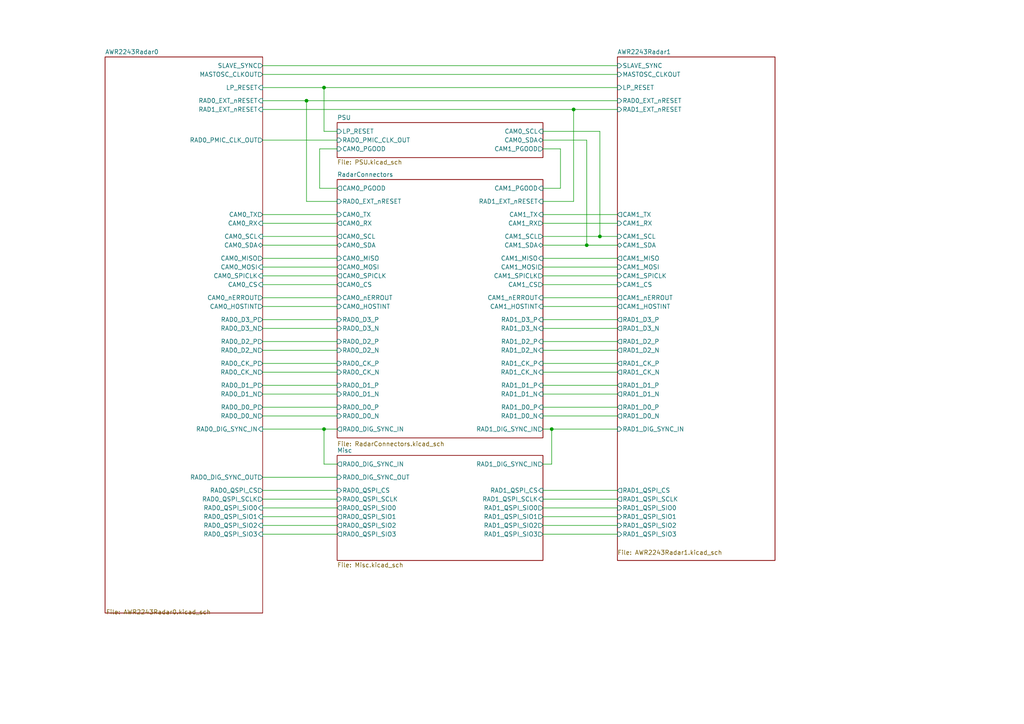
<source format=kicad_sch>
(kicad_sch
	(version 20231120)
	(generator "eeschema")
	(generator_version "8.0")
	(uuid "dcc331d8-3d9d-4b2a-b31f-9f6b9b8fae7c")
	(paper "A4")
	(lib_symbols)
	(bus_alias "RAD0_CSI"
		(members "RAD0_D3_P" "RAD0_D3_N" "RAD0_D2_P" "RAD0_D2_N" "RAD0_CK_P" "RAD0_CK_N"
			"RAD0_D1_P" "RAD0_D1_N" "RAD0_D0_P" "RAD0_D0_N"
		)
	)
	(bus_alias "RAD1_CSI"
		(members "RAD1_D3_P" "RAD1_D3_N" "RAD1_D2_P" "RAD1_D2_N" "RAD1_CK_P" "RAD1_CK_N"
			"RAD1_D1_P" "RAD1_D1_N" "RAD1_D0_P" "RAD1_D0_N"
		)
	)
	(junction
		(at 160.02 124.46)
		(diameter 0)
		(color 0 0 0 0)
		(uuid "7046c168-7fdc-4fbf-a21b-e5b5e5ab1e13")
	)
	(junction
		(at 93.98 124.46)
		(diameter 0)
		(color 0 0 0 0)
		(uuid "7eece983-abb7-4eab-b076-daa0627d0146")
	)
	(junction
		(at 93.98 25.4)
		(diameter 0)
		(color 0 0 0 0)
		(uuid "8214137a-c0b5-426c-9a5b-bbd8f81ce936")
	)
	(junction
		(at 88.9 29.21)
		(diameter 0)
		(color 0 0 0 0)
		(uuid "87340015-1135-4c9c-85a6-e18ebf1ba9a3")
	)
	(junction
		(at 166.37 31.75)
		(diameter 0)
		(color 0 0 0 0)
		(uuid "98a82f92-b6b5-401a-809c-008a7a958f1b")
	)
	(junction
		(at 173.99 68.58)
		(diameter 0)
		(color 0 0 0 0)
		(uuid "b7a7dc96-98a2-4cf7-a0d2-ba6979267735")
	)
	(junction
		(at 170.18 71.12)
		(diameter 0)
		(color 0 0 0 0)
		(uuid "cc4f6360-9ea4-4272-a575-883040dbd0d4")
	)
	(wire
		(pts
			(xy 76.2 80.01) (xy 97.79 80.01)
		)
		(stroke
			(width 0)
			(type default)
		)
		(uuid "017b6d70-9f66-442c-9b66-62b690173ff2")
	)
	(wire
		(pts
			(xy 76.2 105.41) (xy 97.79 105.41)
		)
		(stroke
			(width 0)
			(type default)
		)
		(uuid "02e23981-5048-4f85-815d-6b0c373f0f45")
	)
	(wire
		(pts
			(xy 157.48 152.4) (xy 179.07 152.4)
		)
		(stroke
			(width 0)
			(type default)
		)
		(uuid "03468d6f-ed25-4de2-b43d-b4be7ee89177")
	)
	(wire
		(pts
			(xy 76.2 120.65) (xy 97.79 120.65)
		)
		(stroke
			(width 0)
			(type default)
		)
		(uuid "09b715af-766a-457a-896e-faa484134c8a")
	)
	(wire
		(pts
			(xy 76.2 142.24) (xy 97.79 142.24)
		)
		(stroke
			(width 0)
			(type default)
		)
		(uuid "0a71c083-528f-43ab-bb3d-79fd622c82cc")
	)
	(wire
		(pts
			(xy 162.56 43.18) (xy 162.56 54.61)
		)
		(stroke
			(width 0)
			(type default)
		)
		(uuid "136780b4-3ee4-4394-80b0-17f84ca2acbf")
	)
	(wire
		(pts
			(xy 93.98 124.46) (xy 97.79 124.46)
		)
		(stroke
			(width 0)
			(type default)
		)
		(uuid "14e96a7f-2bac-4c54-a834-ba0b8fa94cbe")
	)
	(wire
		(pts
			(xy 93.98 25.4) (xy 93.98 38.1)
		)
		(stroke
			(width 0)
			(type default)
		)
		(uuid "154c76c8-e9f5-456c-9113-dd84a28fffb6")
	)
	(wire
		(pts
			(xy 157.48 147.32) (xy 179.07 147.32)
		)
		(stroke
			(width 0)
			(type default)
		)
		(uuid "16a220d1-762f-4aca-9b01-56d87203b7d8")
	)
	(wire
		(pts
			(xy 97.79 58.42) (xy 88.9 58.42)
		)
		(stroke
			(width 0)
			(type default)
		)
		(uuid "17dee432-ff11-40ad-9d06-26ad5c7087c3")
	)
	(wire
		(pts
			(xy 160.02 124.46) (xy 179.07 124.46)
		)
		(stroke
			(width 0)
			(type default)
		)
		(uuid "192ff6bb-c30f-42d9-b814-6969b41994ae")
	)
	(wire
		(pts
			(xy 157.48 111.76) (xy 179.07 111.76)
		)
		(stroke
			(width 0)
			(type default)
		)
		(uuid "21791674-fa36-4428-84a7-735b229949c5")
	)
	(wire
		(pts
			(xy 157.48 88.9) (xy 179.07 88.9)
		)
		(stroke
			(width 0)
			(type default)
		)
		(uuid "22ddce7c-3a68-4874-808f-39ef0b38261a")
	)
	(wire
		(pts
			(xy 76.2 64.77) (xy 97.79 64.77)
		)
		(stroke
			(width 0)
			(type default)
		)
		(uuid "23d7169d-c456-4f08-bfac-f9a386ffe6c5")
	)
	(wire
		(pts
			(xy 157.48 77.47) (xy 179.07 77.47)
		)
		(stroke
			(width 0)
			(type default)
		)
		(uuid "2556a546-1cec-41b2-9758-0b27f25a7e84")
	)
	(wire
		(pts
			(xy 76.2 19.05) (xy 179.07 19.05)
		)
		(stroke
			(width 0)
			(type default)
		)
		(uuid "2a48116c-0218-46b2-a31e-c455a7ced279")
	)
	(wire
		(pts
			(xy 157.48 120.65) (xy 179.07 120.65)
		)
		(stroke
			(width 0)
			(type default)
		)
		(uuid "2dab9cfe-ec7e-4cf2-912e-78c8bd6a5174")
	)
	(wire
		(pts
			(xy 157.48 86.36) (xy 179.07 86.36)
		)
		(stroke
			(width 0)
			(type default)
		)
		(uuid "3107f74f-5b25-462f-9f5b-feb58523ff15")
	)
	(wire
		(pts
			(xy 76.2 86.36) (xy 97.79 86.36)
		)
		(stroke
			(width 0)
			(type default)
		)
		(uuid "3591cc91-7d6d-4801-95a3-44b6d101b338")
	)
	(wire
		(pts
			(xy 157.48 118.11) (xy 179.07 118.11)
		)
		(stroke
			(width 0)
			(type default)
		)
		(uuid "3c27d9c1-7ab8-42e2-a6fc-490356425bcc")
	)
	(wire
		(pts
			(xy 92.71 43.18) (xy 92.71 54.61)
		)
		(stroke
			(width 0)
			(type default)
		)
		(uuid "3f893ae6-4fcb-4570-96db-3fe76f90130d")
	)
	(wire
		(pts
			(xy 76.2 144.78) (xy 97.79 144.78)
		)
		(stroke
			(width 0)
			(type default)
		)
		(uuid "3fbc1460-793a-453d-ad8f-a6f90208a167")
	)
	(wire
		(pts
			(xy 157.48 82.55) (xy 179.07 82.55)
		)
		(stroke
			(width 0)
			(type default)
		)
		(uuid "4755d86d-3c53-4008-885d-c6bc4cb65935")
	)
	(wire
		(pts
			(xy 76.2 68.58) (xy 97.79 68.58)
		)
		(stroke
			(width 0)
			(type default)
		)
		(uuid "47820079-072f-4d09-ae8a-bec663f674d0")
	)
	(wire
		(pts
			(xy 76.2 138.43) (xy 97.79 138.43)
		)
		(stroke
			(width 0)
			(type default)
		)
		(uuid "47e7ecd7-67bd-4e3a-8581-029cae2485c3")
	)
	(wire
		(pts
			(xy 76.2 124.46) (xy 93.98 124.46)
		)
		(stroke
			(width 0)
			(type default)
		)
		(uuid "48d2f9f1-7f6e-4a76-afa6-e24506f54acc")
	)
	(wire
		(pts
			(xy 88.9 29.21) (xy 179.07 29.21)
		)
		(stroke
			(width 0)
			(type default)
		)
		(uuid "4ad71b50-0ffe-45fb-8b5a-9b1c5168ac39")
	)
	(wire
		(pts
			(xy 93.98 25.4) (xy 179.07 25.4)
		)
		(stroke
			(width 0)
			(type default)
		)
		(uuid "4ade3621-4f14-4939-82e0-0f90242b25c7")
	)
	(wire
		(pts
			(xy 76.2 88.9) (xy 97.79 88.9)
		)
		(stroke
			(width 0)
			(type default)
		)
		(uuid "4e876921-f35e-4840-8ee8-33c4188c291d")
	)
	(wire
		(pts
			(xy 157.48 62.23) (xy 179.07 62.23)
		)
		(stroke
			(width 0)
			(type default)
		)
		(uuid "54904baf-a6d2-4f8b-b846-a01e71f67283")
	)
	(wire
		(pts
			(xy 76.2 111.76) (xy 97.79 111.76)
		)
		(stroke
			(width 0)
			(type default)
		)
		(uuid "588b0252-2c06-41fa-9fe9-e6b8b65abdcf")
	)
	(wire
		(pts
			(xy 76.2 149.86) (xy 97.79 149.86)
		)
		(stroke
			(width 0)
			(type default)
		)
		(uuid "5af8dbe0-7925-45e5-98c1-5df9369b62b8")
	)
	(wire
		(pts
			(xy 157.48 142.24) (xy 179.07 142.24)
		)
		(stroke
			(width 0)
			(type default)
		)
		(uuid "5c4f8f34-6303-452e-b52d-95931be3e130")
	)
	(wire
		(pts
			(xy 76.2 31.75) (xy 166.37 31.75)
		)
		(stroke
			(width 0)
			(type default)
		)
		(uuid "5e2c7933-cc2b-4d45-86ae-25f3cebeca20")
	)
	(wire
		(pts
			(xy 76.2 118.11) (xy 97.79 118.11)
		)
		(stroke
			(width 0)
			(type default)
		)
		(uuid "663f2b01-8c64-4862-ae18-d80caff6bb4b")
	)
	(wire
		(pts
			(xy 76.2 154.94) (xy 97.79 154.94)
		)
		(stroke
			(width 0)
			(type default)
		)
		(uuid "67765629-71a4-489a-b721-a5d9280dd36c")
	)
	(wire
		(pts
			(xy 76.2 40.64) (xy 97.79 40.64)
		)
		(stroke
			(width 0)
			(type default)
		)
		(uuid "678e19b8-cd20-407c-830a-fcb7a8fa5a28")
	)
	(wire
		(pts
			(xy 76.2 74.93) (xy 97.79 74.93)
		)
		(stroke
			(width 0)
			(type default)
		)
		(uuid "6d7f7d68-68c5-44ee-947a-583df19b7c07")
	)
	(wire
		(pts
			(xy 162.56 54.61) (xy 157.48 54.61)
		)
		(stroke
			(width 0)
			(type default)
		)
		(uuid "6d925d85-1fc6-4ece-bd1d-58ffa1cc3472")
	)
	(wire
		(pts
			(xy 76.2 101.6) (xy 97.79 101.6)
		)
		(stroke
			(width 0)
			(type default)
		)
		(uuid "6de8fe21-6866-4b52-926f-241ad68b9103")
	)
	(wire
		(pts
			(xy 76.2 82.55) (xy 97.79 82.55)
		)
		(stroke
			(width 0)
			(type default)
		)
		(uuid "6efc4f60-7c47-4deb-9bea-15a2cf10c39a")
	)
	(wire
		(pts
			(xy 157.48 99.06) (xy 179.07 99.06)
		)
		(stroke
			(width 0)
			(type default)
		)
		(uuid "6f36fc86-42e0-41c2-8a44-1f78c07bb2c6")
	)
	(wire
		(pts
			(xy 76.2 25.4) (xy 93.98 25.4)
		)
		(stroke
			(width 0)
			(type default)
		)
		(uuid "70c7504e-f86d-4f69-8de5-bba9aeaa60fe")
	)
	(wire
		(pts
			(xy 76.2 107.95) (xy 97.79 107.95)
		)
		(stroke
			(width 0)
			(type default)
		)
		(uuid "71149327-a0d6-4bb3-9205-f3e9dfd06617")
	)
	(wire
		(pts
			(xy 157.48 124.46) (xy 160.02 124.46)
		)
		(stroke
			(width 0)
			(type default)
		)
		(uuid "74556768-c627-40b3-951b-1f36e69df948")
	)
	(wire
		(pts
			(xy 157.48 92.71) (xy 179.07 92.71)
		)
		(stroke
			(width 0)
			(type default)
		)
		(uuid "77e15385-62ef-49d1-9ad9-13af1df9c704")
	)
	(wire
		(pts
			(xy 157.48 40.64) (xy 170.18 40.64)
		)
		(stroke
			(width 0)
			(type default)
		)
		(uuid "7bf7dc92-a466-404e-936b-1adbc07c16e3")
	)
	(wire
		(pts
			(xy 97.79 43.18) (xy 92.71 43.18)
		)
		(stroke
			(width 0)
			(type default)
		)
		(uuid "850a27c4-beaf-4a50-8c98-d048ac02de40")
	)
	(wire
		(pts
			(xy 157.48 149.86) (xy 179.07 149.86)
		)
		(stroke
			(width 0)
			(type default)
		)
		(uuid "88c789f1-b351-4d3e-b436-f0ec85bfcf94")
	)
	(wire
		(pts
			(xy 170.18 40.64) (xy 170.18 71.12)
		)
		(stroke
			(width 0)
			(type default)
		)
		(uuid "8991635d-85f1-403d-bdeb-2420c89d49c4")
	)
	(wire
		(pts
			(xy 173.99 38.1) (xy 173.99 68.58)
		)
		(stroke
			(width 0)
			(type default)
		)
		(uuid "8ae3279b-9f2a-4d77-9142-b8898a8e7d76")
	)
	(wire
		(pts
			(xy 157.48 43.18) (xy 162.56 43.18)
		)
		(stroke
			(width 0)
			(type default)
		)
		(uuid "8e1a6bda-1733-4030-ab39-5af6edd9360d")
	)
	(wire
		(pts
			(xy 157.48 101.6) (xy 179.07 101.6)
		)
		(stroke
			(width 0)
			(type default)
		)
		(uuid "944c0685-9555-4a7f-953b-fa6b89298bd3")
	)
	(wire
		(pts
			(xy 76.2 95.25) (xy 97.79 95.25)
		)
		(stroke
			(width 0)
			(type default)
		)
		(uuid "94c2ea23-1abc-4b00-bf39-9addcb8bb7ba")
	)
	(wire
		(pts
			(xy 76.2 92.71) (xy 97.79 92.71)
		)
		(stroke
			(width 0)
			(type default)
		)
		(uuid "958eae30-0f70-436d-8f12-1827e27b868b")
	)
	(wire
		(pts
			(xy 157.48 58.42) (xy 166.37 58.42)
		)
		(stroke
			(width 0)
			(type default)
		)
		(uuid "9784a34d-4199-45a9-a7e5-36182fe22265")
	)
	(wire
		(pts
			(xy 76.2 99.06) (xy 97.79 99.06)
		)
		(stroke
			(width 0)
			(type default)
		)
		(uuid "9a43788d-d381-43dd-91ff-ef13d369bbdf")
	)
	(wire
		(pts
			(xy 76.2 77.47) (xy 97.79 77.47)
		)
		(stroke
			(width 0)
			(type default)
		)
		(uuid "9c4c5d01-0116-422e-ad65-a97d7fe3ec80")
	)
	(wire
		(pts
			(xy 92.71 54.61) (xy 97.79 54.61)
		)
		(stroke
			(width 0)
			(type default)
		)
		(uuid "9e312fb2-eb24-46c9-a8cb-3d0b0902cdda")
	)
	(wire
		(pts
			(xy 76.2 114.3) (xy 97.79 114.3)
		)
		(stroke
			(width 0)
			(type default)
		)
		(uuid "a495e3e8-ad25-4219-adb3-3442cf2e4f92")
	)
	(wire
		(pts
			(xy 157.48 114.3) (xy 179.07 114.3)
		)
		(stroke
			(width 0)
			(type default)
		)
		(uuid "a67377ee-869a-4467-afca-364389e55c27")
	)
	(wire
		(pts
			(xy 157.48 107.95) (xy 179.07 107.95)
		)
		(stroke
			(width 0)
			(type default)
		)
		(uuid "a9866455-57cc-43dd-8c81-35c29116f658")
	)
	(wire
		(pts
			(xy 157.48 38.1) (xy 173.99 38.1)
		)
		(stroke
			(width 0)
			(type default)
		)
		(uuid "ab5bc106-2d56-428a-8af6-dc7fd2e7dbf0")
	)
	(wire
		(pts
			(xy 76.2 62.23) (xy 97.79 62.23)
		)
		(stroke
			(width 0)
			(type default)
		)
		(uuid "b745a984-7b47-4997-bf1a-240a8ac559ec")
	)
	(wire
		(pts
			(xy 157.48 144.78) (xy 179.07 144.78)
		)
		(stroke
			(width 0)
			(type default)
		)
		(uuid "b9f45f6f-d33e-4e64-9b5d-ce835795c429")
	)
	(wire
		(pts
			(xy 157.48 71.12) (xy 170.18 71.12)
		)
		(stroke
			(width 0)
			(type default)
		)
		(uuid "bd2f4ff9-afaa-4c79-a696-f09049c45992")
	)
	(wire
		(pts
			(xy 76.2 152.4) (xy 97.79 152.4)
		)
		(stroke
			(width 0)
			(type default)
		)
		(uuid "c0658aa0-c425-4bc5-a6f0-cdca3fd6f793")
	)
	(wire
		(pts
			(xy 93.98 38.1) (xy 97.79 38.1)
		)
		(stroke
			(width 0)
			(type default)
		)
		(uuid "c3646882-ac52-4aee-8aae-1f3d73ca6446")
	)
	(wire
		(pts
			(xy 157.48 154.94) (xy 179.07 154.94)
		)
		(stroke
			(width 0)
			(type default)
		)
		(uuid "c5a82531-6ffe-44f9-a880-d91ad04717e9")
	)
	(wire
		(pts
			(xy 76.2 147.32) (xy 97.79 147.32)
		)
		(stroke
			(width 0)
			(type default)
		)
		(uuid "c6e2574b-6bb9-44dc-8232-08b3e11e2193")
	)
	(wire
		(pts
			(xy 157.48 95.25) (xy 179.07 95.25)
		)
		(stroke
			(width 0)
			(type default)
		)
		(uuid "c7b90682-a622-4e75-ba6d-1bae7f871dd9")
	)
	(wire
		(pts
			(xy 157.48 74.93) (xy 179.07 74.93)
		)
		(stroke
			(width 0)
			(type default)
		)
		(uuid "d4c739d3-a399-4109-b3d3-9cf8b48b0f3e")
	)
	(wire
		(pts
			(xy 157.48 134.62) (xy 160.02 134.62)
		)
		(stroke
			(width 0)
			(type default)
		)
		(uuid "d4e100f4-0963-46a9-8479-d10b99a9e071")
	)
	(wire
		(pts
			(xy 76.2 21.59) (xy 179.07 21.59)
		)
		(stroke
			(width 0)
			(type default)
		)
		(uuid "de59c3d4-12f7-4cc7-8ae7-ac1f5bb6db24")
	)
	(wire
		(pts
			(xy 76.2 71.12) (xy 97.79 71.12)
		)
		(stroke
			(width 0)
			(type default)
		)
		(uuid "e1590096-31a6-4fd8-9b8b-5dd54392d830")
	)
	(wire
		(pts
			(xy 93.98 134.62) (xy 93.98 124.46)
		)
		(stroke
			(width 0)
			(type default)
		)
		(uuid "e4f71d55-d314-46e4-aca8-c78dca7e7d4d")
	)
	(wire
		(pts
			(xy 166.37 31.75) (xy 166.37 58.42)
		)
		(stroke
			(width 0)
			(type default)
		)
		(uuid "e88e18ad-b7a9-4b4c-8ceb-5e1600fbe15b")
	)
	(wire
		(pts
			(xy 173.99 68.58) (xy 179.07 68.58)
		)
		(stroke
			(width 0)
			(type default)
		)
		(uuid "e9b32a03-3479-4341-a642-2269e2d1b0c6")
	)
	(wire
		(pts
			(xy 76.2 29.21) (xy 88.9 29.21)
		)
		(stroke
			(width 0)
			(type default)
		)
		(uuid "ea7bd7f7-d57a-4449-8b1c-3992e37ab6ca")
	)
	(wire
		(pts
			(xy 160.02 134.62) (xy 160.02 124.46)
		)
		(stroke
			(width 0)
			(type default)
		)
		(uuid "ed7824b6-b0aa-441b-b2b9-e6169164b484")
	)
	(wire
		(pts
			(xy 157.48 80.01) (xy 179.07 80.01)
		)
		(stroke
			(width 0)
			(type default)
		)
		(uuid "ef74915f-136a-4bcc-b95a-af45c4179c1f")
	)
	(wire
		(pts
			(xy 157.48 68.58) (xy 173.99 68.58)
		)
		(stroke
			(width 0)
			(type default)
		)
		(uuid "f23cf6a4-96c2-40db-b05d-4eb603d1084f")
	)
	(wire
		(pts
			(xy 157.48 105.41) (xy 179.07 105.41)
		)
		(stroke
			(width 0)
			(type default)
		)
		(uuid "f8754a92-8758-40d3-bcb5-26142e930985")
	)
	(wire
		(pts
			(xy 166.37 31.75) (xy 179.07 31.75)
		)
		(stroke
			(width 0)
			(type default)
		)
		(uuid "f9358305-6517-4f6e-bf86-84f086dd51c1")
	)
	(wire
		(pts
			(xy 88.9 29.21) (xy 88.9 58.42)
		)
		(stroke
			(width 0)
			(type default)
		)
		(uuid "fc34cb0d-f762-4d97-8d0f-cd165ac7dfd8")
	)
	(wire
		(pts
			(xy 170.18 71.12) (xy 179.07 71.12)
		)
		(stroke
			(width 0)
			(type default)
		)
		(uuid "fd7c5436-8887-4b36-958a-6319ed1ec1a5")
	)
	(wire
		(pts
			(xy 157.48 64.77) (xy 179.07 64.77)
		)
		(stroke
			(width 0)
			(type default)
		)
		(uuid "fe5d4d60-333a-4fe2-bd9c-4c69eb5de92f")
	)
	(wire
		(pts
			(xy 93.98 134.62) (xy 97.79 134.62)
		)
		(stroke
			(width 0)
			(type default)
		)
		(uuid "ffe2ab79-e3e7-4bd0-b302-a859d557d037")
	)
	(sheet
		(at 97.79 132.08)
		(size 59.69 30.48)
		(fields_autoplaced yes)
		(stroke
			(width 0.1524)
			(type solid)
		)
		(fill
			(color 0 0 0 0.0000)
		)
		(uuid "090cc8c1-960b-4cfd-87de-9a04c42fc95b")
		(property "Sheetname" "Misc"
			(at 97.79 131.3684 0)
			(effects
				(font
					(size 1.27 1.27)
				)
				(justify left bottom)
			)
		)
		(property "Sheetfile" "Misc.kicad_sch"
			(at 97.79 163.1446 0)
			(effects
				(font
					(size 1.27 1.27)
				)
				(justify left top)
			)
		)
		(pin "RAD1_DIG_SYNC_IN" output
			(at 157.48 134.62 0)
			(effects
				(font
					(size 1.27 1.27)
				)
				(justify right)
			)
			(uuid "bcf5ddb4-cf9b-4e32-89ce-b7ce9c7396fa")
		)
		(pin "RAD0_DIG_SYNC_OUT" input
			(at 97.79 138.43 180)
			(effects
				(font
					(size 1.27 1.27)
				)
				(justify left)
			)
			(uuid "6d63d2ea-7c6a-4a41-bdfe-63845e58a958")
		)
		(pin "RAD0_DIG_SYNC_IN" output
			(at 97.79 134.62 180)
			(effects
				(font
					(size 1.27 1.27)
				)
				(justify left)
			)
			(uuid "c0d242c5-d3e2-402e-8ced-8e8646b7e78f")
		)
		(pin "RAD1_QSPI_CS" input
			(at 157.48 142.24 0)
			(effects
				(font
					(size 1.27 1.27)
				)
				(justify right)
			)
			(uuid "72293a0e-65a6-4aa7-b8a9-1c8ca9fdfef9")
		)
		(pin "RAD1_QSPI_SCLK" input
			(at 157.48 144.78 0)
			(effects
				(font
					(size 1.27 1.27)
				)
				(justify right)
			)
			(uuid "a79c480e-0014-466d-aded-c2dca642240c")
		)
		(pin "RAD1_QSPI_SIO2" output
			(at 157.48 152.4 0)
			(effects
				(font
					(size 1.27 1.27)
				)
				(justify right)
			)
			(uuid "49c704cd-482b-41e8-a6c2-77f631361a6a")
		)
		(pin "RAD1_QSPI_SIO3" output
			(at 157.48 154.94 0)
			(effects
				(font
					(size 1.27 1.27)
				)
				(justify right)
			)
			(uuid "216cada4-b615-4951-b28a-553e712a8fc6")
		)
		(pin "RAD1_QSPI_SIO0" output
			(at 157.48 147.32 0)
			(effects
				(font
					(size 1.27 1.27)
				)
				(justify right)
			)
			(uuid "5812070e-0c8b-4c04-90b8-9c6a2c616b29")
		)
		(pin "RAD1_QSPI_SIO1" output
			(at 157.48 149.86 0)
			(effects
				(font
					(size 1.27 1.27)
				)
				(justify right)
			)
			(uuid "91f9cfdd-3adb-4a5c-a3e2-3a2fad73d767")
		)
		(pin "RAD0_QSPI_SCLK" input
			(at 97.79 144.78 180)
			(effects
				(font
					(size 1.27 1.27)
				)
				(justify left)
			)
			(uuid "598b1526-cc24-4d90-8478-431b07a37968")
		)
		(pin "RAD0_QSPI_SIO2" output
			(at 97.79 152.4 180)
			(effects
				(font
					(size 1.27 1.27)
				)
				(justify left)
			)
			(uuid "57a7735b-c93a-43f6-a198-23270313d787")
		)
		(pin "RAD0_QSPI_CS" input
			(at 97.79 142.24 180)
			(effects
				(font
					(size 1.27 1.27)
				)
				(justify left)
			)
			(uuid "5fbf86ae-7ed7-466d-8a83-c56c1a8e0344")
		)
		(pin "RAD0_QSPI_SIO1" output
			(at 97.79 149.86 180)
			(effects
				(font
					(size 1.27 1.27)
				)
				(justify left)
			)
			(uuid "0fd8440e-9499-49b9-beae-53f0c59a0c7c")
		)
		(pin "RAD0_QSPI_SIO0" output
			(at 97.79 147.32 180)
			(effects
				(font
					(size 1.27 1.27)
				)
				(justify left)
			)
			(uuid "81053a01-6f09-4494-bdc0-455202cbf519")
		)
		(pin "RAD0_QSPI_SIO3" output
			(at 97.79 154.94 180)
			(effects
				(font
					(size 1.27 1.27)
				)
				(justify left)
			)
			(uuid "01578c8d-d152-4ff4-ac1d-f14fd4cd0951")
		)
		(instances
			(project "AWR2243RadarBoard"
				(path "/dcc331d8-3d9d-4b2a-b31f-9f6b9b8fae7c"
					(page "6")
				)
			)
		)
	)
	(sheet
		(at 179.07 16.51)
		(size 45.72 146.05)
		(stroke
			(width 0.1524)
			(type solid)
		)
		(fill
			(color 0 0 0 0.0000)
		)
		(uuid "100f11b0-9838-445f-915c-ba6b41025a48")
		(property "Sheetname" "AWR2243Radar1"
			(at 179.07 15.7984 0)
			(effects
				(font
					(size 1.27 1.27)
				)
				(justify left bottom)
			)
		)
		(property "Sheetfile" "AWR2243Radar1.kicad_sch"
			(at 179.07 159.512 0)
			(effects
				(font
					(size 1.27 1.27)
				)
				(justify left top)
			)
		)
		(pin "RAD1_D3_P" output
			(at 179.07 92.71 180)
			(effects
				(font
					(size 1.27 1.27)
				)
				(justify left)
			)
			(uuid "7c0f9b71-9ab8-4c24-af1e-dd1a4a0b781d")
		)
		(pin "RAD1_D3_N" output
			(at 179.07 95.25 180)
			(effects
				(font
					(size 1.27 1.27)
				)
				(justify left)
			)
			(uuid "3cf6435a-47dd-4b6a-ad92-20320515a104")
		)
		(pin "RAD1_D2_N" output
			(at 179.07 101.6 180)
			(effects
				(font
					(size 1.27 1.27)
				)
				(justify left)
			)
			(uuid "d0760754-204b-450d-8773-da3434283f6f")
		)
		(pin "RAD1_D2_P" output
			(at 179.07 99.06 180)
			(effects
				(font
					(size 1.27 1.27)
				)
				(justify left)
			)
			(uuid "1f891940-7585-4b10-8d87-adc99e64d3c1")
		)
		(pin "RAD1_CK_N" output
			(at 179.07 107.95 180)
			(effects
				(font
					(size 1.27 1.27)
				)
				(justify left)
			)
			(uuid "7a7c195b-6a89-4561-ab37-87dad24091f4")
		)
		(pin "RAD1_CK_P" output
			(at 179.07 105.41 180)
			(effects
				(font
					(size 1.27 1.27)
				)
				(justify left)
			)
			(uuid "cac2bc61-6b20-4877-9b00-4a90e82def50")
		)
		(pin "RAD1_D0_N" output
			(at 179.07 120.65 180)
			(effects
				(font
					(size 1.27 1.27)
				)
				(justify left)
			)
			(uuid "4dc16e8f-ca60-455d-9cfc-ba20b911540f")
		)
		(pin "RAD1_D0_P" output
			(at 179.07 118.11 180)
			(effects
				(font
					(size 1.27 1.27)
				)
				(justify left)
			)
			(uuid "1b0a0b3f-558a-4145-9406-14325c12b9a3")
		)
		(pin "RAD1_D1_P" output
			(at 179.07 111.76 180)
			(effects
				(font
					(size 1.27 1.27)
				)
				(justify left)
			)
			(uuid "8658d002-8f50-4ead-aaf5-2844294f1ea0")
		)
		(pin "RAD1_D1_N" output
			(at 179.07 114.3 180)
			(effects
				(font
					(size 1.27 1.27)
				)
				(justify left)
			)
			(uuid "8bb1bf4e-5325-4a9b-b022-d3fd6933135e")
		)
		(pin "RAD1_DIG_SYNC_IN" input
			(at 179.07 124.46 180)
			(effects
				(font
					(size 1.27 1.27)
				)
				(justify left)
			)
			(uuid "35b8ecd3-fa68-4544-b6f9-ba9e3a54656f")
		)
		(pin "MASTOSC_CLKOUT" input
			(at 179.07 21.59 180)
			(effects
				(font
					(size 1.27 1.27)
				)
				(justify left)
			)
			(uuid "a9755c56-7439-4073-b1cc-68e6e91d7e28")
		)
		(pin "LP_RESET" input
			(at 179.07 25.4 180)
			(effects
				(font
					(size 1.27 1.27)
				)
				(justify left)
			)
			(uuid "495df51c-627b-4a2f-b21e-aa8d332a988d")
		)
		(pin "SLAVE_SYNC" input
			(at 179.07 19.05 180)
			(effects
				(font
					(size 1.27 1.27)
				)
				(justify left)
			)
			(uuid "7d45a247-3202-4fe1-823e-b806b8e35f2a")
		)
		(pin "RAD0_EXT_nRESET" input
			(at 179.07 29.21 180)
			(effects
				(font
					(size 1.27 1.27)
				)
				(justify left)
			)
			(uuid "b0c34b2d-257c-4da2-8b32-3f9b03f328f2")
		)
		(pin "RAD1_EXT_nRESET" input
			(at 179.07 31.75 180)
			(effects
				(font
					(size 1.27 1.27)
				)
				(justify left)
			)
			(uuid "f28104a6-fc84-4dfc-abc5-31276edc9b04")
		)
		(pin "CAM1_SDA" bidirectional
			(at 179.07 71.12 180)
			(effects
				(font
					(size 1.27 1.27)
				)
				(justify left)
			)
			(uuid "64275d1e-8fc6-4388-9029-4e72f300603f")
		)
		(pin "CAM1_MISO" output
			(at 179.07 74.93 180)
			(effects
				(font
					(size 1.27 1.27)
				)
				(justify left)
			)
			(uuid "49bc30a4-ad07-4296-9477-b2ae6249e237")
		)
		(pin "CAM1_SCL" input
			(at 179.07 68.58 180)
			(effects
				(font
					(size 1.27 1.27)
				)
				(justify left)
			)
			(uuid "51c5b698-e032-4b2a-90d8-a6bf2c3601bd")
		)
		(pin "CAM1_HOSTINT" output
			(at 179.07 88.9 180)
			(effects
				(font
					(size 1.27 1.27)
				)
				(justify left)
			)
			(uuid "d241b138-af81-4268-887b-f1e8af7fd24c")
		)
		(pin "CAM1_SPICLK" input
			(at 179.07 80.01 180)
			(effects
				(font
					(size 1.27 1.27)
				)
				(justify left)
			)
			(uuid "3e7e9f2d-9515-4a28-8836-c55711daf77c")
		)
		(pin "CAM1_CS" input
			(at 179.07 82.55 180)
			(effects
				(font
					(size 1.27 1.27)
				)
				(justify left)
			)
			(uuid "9ebcb4b2-4ef2-4519-b948-45f731f21aa1")
		)
		(pin "CAM1_MOSI" input
			(at 179.07 77.47 180)
			(effects
				(font
					(size 1.27 1.27)
				)
				(justify left)
			)
			(uuid "09cbab42-61fd-4d8c-9587-9d42a4317ef6")
		)
		(pin "CAM1_nERROUT" output
			(at 179.07 86.36 180)
			(effects
				(font
					(size 1.27 1.27)
				)
				(justify left)
			)
			(uuid "0328e7a1-e2ea-4582-ba4a-b69bf32a78af")
		)
		(pin "CAM1_RX" input
			(at 179.07 64.77 180)
			(effects
				(font
					(size 1.27 1.27)
				)
				(justify left)
			)
			(uuid "fa4b262e-726e-4c14-9e48-7b63de9cf01a")
		)
		(pin "CAM1_TX" output
			(at 179.07 62.23 180)
			(effects
				(font
					(size 1.27 1.27)
				)
				(justify left)
			)
			(uuid "005f9053-7ac2-4bce-aab1-a22dbaafd058")
		)
		(pin "RAD1_QSPI_SIO1" input
			(at 179.07 149.86 180)
			(effects
				(font
					(size 1.27 1.27)
				)
				(justify left)
			)
			(uuid "622d1548-f67a-4e8c-8f03-fd62a4282a54")
		)
		(pin "RAD1_QSPI_CS" output
			(at 179.07 142.24 180)
			(effects
				(font
					(size 1.27 1.27)
				)
				(justify left)
			)
			(uuid "6e46ebbb-90ba-49ab-a090-7f589d6d5928")
		)
		(pin "RAD1_QSPI_SIO3" input
			(at 179.07 154.94 180)
			(effects
				(font
					(size 1.27 1.27)
				)
				(justify left)
			)
			(uuid "12e17d4a-e4e1-403b-bdb3-8d0faae8e86a")
		)
		(pin "RAD1_QSPI_SIO2" input
			(at 179.07 152.4 180)
			(effects
				(font
					(size 1.27 1.27)
				)
				(justify left)
			)
			(uuid "17177d40-9557-4185-97d4-8570c968df3c")
		)
		(pin "RAD1_QSPI_SCLK" output
			(at 179.07 144.78 180)
			(effects
				(font
					(size 1.27 1.27)
				)
				(justify left)
			)
			(uuid "a5c13266-8471-4408-9b41-d141eb54b1a6")
		)
		(pin "RAD1_QSPI_SIO0" input
			(at 179.07 147.32 180)
			(effects
				(font
					(size 1.27 1.27)
				)
				(justify left)
			)
			(uuid "b5387ae4-c959-4bf4-874e-ee2f75050caa")
		)
		(instances
			(project "AWR2243RadarBoard"
				(path "/dcc331d8-3d9d-4b2a-b31f-9f6b9b8fae7c"
					(page "5")
				)
			)
		)
	)
	(sheet
		(at 97.79 35.56)
		(size 59.69 10.16)
		(fields_autoplaced yes)
		(stroke
			(width 0.1524)
			(type solid)
		)
		(fill
			(color 0 0 0 0.0000)
		)
		(uuid "49fc129f-9e55-4ba5-a5cd-7ca1f3f1523e")
		(property "Sheetname" "PSU"
			(at 97.79 34.8484 0)
			(effects
				(font
					(size 1.27 1.27)
				)
				(justify left bottom)
			)
		)
		(property "Sheetfile" "PSU.kicad_sch"
			(at 97.79 46.3046 0)
			(effects
				(font
					(size 1.27 1.27)
				)
				(justify left top)
			)
		)
		(pin "RAD0_PMIC_CLK_OUT" input
			(at 97.79 40.64 180)
			(effects
				(font
					(size 1.27 1.27)
				)
				(justify left)
			)
			(uuid "ec66e6bc-7597-4219-9b11-60e054e4dcff")
		)
		(pin "LP_RESET" input
			(at 97.79 38.1 180)
			(effects
				(font
					(size 1.27 1.27)
				)
				(justify left)
			)
			(uuid "0f0db125-d8f0-45f7-8ca8-cabca9d1c645")
		)
		(pin "CAM0_SCL" input
			(at 157.48 38.1 0)
			(effects
				(font
					(size 1.27 1.27)
				)
				(justify right)
			)
			(uuid "c4d2e551-b136-4fea-b702-1aa537f32177")
		)
		(pin "CAM0_SDA" bidirectional
			(at 157.48 40.64 0)
			(effects
				(font
					(size 1.27 1.27)
				)
				(justify right)
			)
			(uuid "161afdb9-804e-4316-b121-5f8c80802fa5")
		)
		(pin "CAM1_PGOOD" output
			(at 157.48 43.18 0)
			(effects
				(font
					(size 1.27 1.27)
				)
				(justify right)
			)
			(uuid "6c73933d-d4ec-4bf3-a4f4-b2462c66efba")
		)
		(pin "CAM0_PGOOD" input
			(at 97.79 43.18 180)
			(effects
				(font
					(size 1.27 1.27)
				)
				(justify left)
			)
			(uuid "0c0e02ca-abae-4fd2-99c0-87e411ae2a34")
		)
		(instances
			(project "AWR2243RadarBoard"
				(path "/dcc331d8-3d9d-4b2a-b31f-9f6b9b8fae7c"
					(page "3")
				)
			)
		)
	)
	(sheet
		(at 97.79 52.07)
		(size 59.69 74.93)
		(stroke
			(width 0.1524)
			(type solid)
		)
		(fill
			(color 0 0 0 0.0000)
		)
		(uuid "81a49481-8a5a-45b3-ad9e-7e94d35ed0aa")
		(property "Sheetname" "RadarConnectors"
			(at 97.79 51.3584 0)
			(effects
				(font
					(size 1.27 1.27)
				)
				(justify left bottom)
			)
		)
		(property "Sheetfile" "RadarConnectors.kicad_sch"
			(at 97.79 128.016 0)
			(effects
				(font
					(size 1.27 1.27)
				)
				(justify left top)
			)
		)
		(pin "RAD0_D1_P" input
			(at 97.79 111.76 180)
			(effects
				(font
					(size 1.27 1.27)
				)
				(justify left)
			)
			(uuid "27a7139d-629f-41db-a26c-76696e403171")
		)
		(pin "RAD0_D1_N" input
			(at 97.79 114.3 180)
			(effects
				(font
					(size 1.27 1.27)
				)
				(justify left)
			)
			(uuid "46edac13-f092-4a9b-93d1-b12e464cdb16")
		)
		(pin "RAD0_D0_P" input
			(at 97.79 118.11 180)
			(effects
				(font
					(size 1.27 1.27)
				)
				(justify left)
			)
			(uuid "f5bc47eb-4e97-4f11-ba27-896362f00f05")
		)
		(pin "RAD0_CK_N" input
			(at 97.79 107.95 180)
			(effects
				(font
					(size 1.27 1.27)
				)
				(justify left)
			)
			(uuid "d5230290-18ad-4b14-929f-529b6fb6317b")
		)
		(pin "RAD0_CK_P" input
			(at 97.79 105.41 180)
			(effects
				(font
					(size 1.27 1.27)
				)
				(justify left)
			)
			(uuid "870e8fa0-38d4-439b-add7-8b843ca2bd02")
		)
		(pin "RAD0_D0_N" input
			(at 97.79 120.65 180)
			(effects
				(font
					(size 1.27 1.27)
				)
				(justify left)
			)
			(uuid "2f8ca67e-655d-40cd-a6ba-ea2d19dc64c0")
		)
		(pin "RAD0_D2_P" input
			(at 97.79 99.06 180)
			(effects
				(font
					(size 1.27 1.27)
				)
				(justify left)
			)
			(uuid "d8038a69-7497-49c2-a8cd-c4646e37f8f1")
		)
		(pin "RAD0_D3_N" input
			(at 97.79 95.25 180)
			(effects
				(font
					(size 1.27 1.27)
				)
				(justify left)
			)
			(uuid "5253fd44-46c7-4aaf-a449-98403e26bc3e")
		)
		(pin "RAD0_D3_P" input
			(at 97.79 92.71 180)
			(effects
				(font
					(size 1.27 1.27)
				)
				(justify left)
			)
			(uuid "e1ee0d66-29c1-4463-ac9f-87b4e0984dce")
		)
		(pin "RAD0_D2_N" input
			(at 97.79 101.6 180)
			(effects
				(font
					(size 1.27 1.27)
				)
				(justify left)
			)
			(uuid "76f9198c-fe61-4b42-91c8-763df38325b6")
		)
		(pin "RAD1_D3_P" input
			(at 157.48 92.71 0)
			(effects
				(font
					(size 1.27 1.27)
				)
				(justify right)
			)
			(uuid "1482cbae-b2e5-4472-bba8-57448c334aef")
		)
		(pin "RAD1_D3_N" input
			(at 157.48 95.25 0)
			(effects
				(font
					(size 1.27 1.27)
				)
				(justify right)
			)
			(uuid "3c9e2f41-04de-44bd-8e51-441548551c86")
		)
		(pin "RAD1_D2_P" input
			(at 157.48 99.06 0)
			(effects
				(font
					(size 1.27 1.27)
				)
				(justify right)
			)
			(uuid "67bec225-a80b-4633-9d3d-8a83069d34d4")
		)
		(pin "RAD1_D2_N" input
			(at 157.48 101.6 0)
			(effects
				(font
					(size 1.27 1.27)
				)
				(justify right)
			)
			(uuid "002907a0-1cc2-4cec-b7b1-c980c045b538")
		)
		(pin "RAD1_D1_N" input
			(at 157.48 114.3 0)
			(effects
				(font
					(size 1.27 1.27)
				)
				(justify right)
			)
			(uuid "2945ef65-73ed-43f3-bb03-1b0e56a837c1")
		)
		(pin "RAD1_D0_P" input
			(at 157.48 118.11 0)
			(effects
				(font
					(size 1.27 1.27)
				)
				(justify right)
			)
			(uuid "a125c1e0-6d63-48e0-8925-242962c9dbc5")
		)
		(pin "RAD1_D0_N" input
			(at 157.48 120.65 0)
			(effects
				(font
					(size 1.27 1.27)
				)
				(justify right)
			)
			(uuid "02e11862-1887-4cc7-88ac-5df290d84a92")
		)
		(pin "RAD1_CK_N" input
			(at 157.48 107.95 0)
			(effects
				(font
					(size 1.27 1.27)
				)
				(justify right)
			)
			(uuid "a80956f4-c2d7-4239-b5da-dcaf146497d2")
		)
		(pin "RAD1_CK_P" input
			(at 157.48 105.41 0)
			(effects
				(font
					(size 1.27 1.27)
				)
				(justify right)
			)
			(uuid "e44ee373-73f9-429c-9b31-8abd09eafacb")
		)
		(pin "RAD1_D1_P" input
			(at 157.48 111.76 0)
			(effects
				(font
					(size 1.27 1.27)
				)
				(justify right)
			)
			(uuid "40318c78-4ad2-42c2-9f64-aa8b80c6d953")
		)
		(pin "CAM1_HOSTINT" input
			(at 157.48 88.9 0)
			(effects
				(font
					(size 1.27 1.27)
				)
				(justify right)
			)
			(uuid "f1d66844-3731-409d-ac3b-dcb2fb1a2061")
		)
		(pin "CAM1_nERROUT" input
			(at 157.48 86.36 0)
			(effects
				(font
					(size 1.27 1.27)
				)
				(justify right)
			)
			(uuid "731db56f-ea97-4af7-86f5-a13f8c2e1fb5")
		)
		(pin "RAD1_DIG_SYNC_IN" output
			(at 157.48 124.46 0)
			(effects
				(font
					(size 1.27 1.27)
				)
				(justify right)
			)
			(uuid "aee802e4-3f31-4a50-9830-69ab86198b9e")
		)
		(pin "CAM1_MISO" input
			(at 157.48 74.93 0)
			(effects
				(font
					(size 1.27 1.27)
				)
				(justify right)
			)
			(uuid "1fb6de5f-9c0e-46c8-812c-16ef7148f3c7")
		)
		(pin "CAM1_SPICLK" output
			(at 157.48 80.01 0)
			(effects
				(font
					(size 1.27 1.27)
				)
				(justify right)
			)
			(uuid "80211220-1ca0-4b60-b4ff-60b99323a616")
		)
		(pin "CAM1_MOSI" output
			(at 157.48 77.47 0)
			(effects
				(font
					(size 1.27 1.27)
				)
				(justify right)
			)
			(uuid "fbac268f-e1e0-4720-aa72-bdfac9037c42")
		)
		(pin "CAM1_CS" output
			(at 157.48 82.55 0)
			(effects
				(font
					(size 1.27 1.27)
				)
				(justify right)
			)
			(uuid "b5ad14c9-90b7-4b46-8eec-be2526be5426")
		)
		(pin "RAD0_DIG_SYNC_IN" output
			(at 97.79 124.46 180)
			(effects
				(font
					(size 1.27 1.27)
				)
				(justify left)
			)
			(uuid "bc699161-7cae-449b-a1e0-5cf925b029dc")
		)
		(pin "CAM0_HOSTINT" input
			(at 97.79 88.9 180)
			(effects
				(font
					(size 1.27 1.27)
				)
				(justify left)
			)
			(uuid "bf43aba0-a871-46e9-884e-8231e95425a8")
		)
		(pin "CAM0_nERROUT" input
			(at 97.79 86.36 180)
			(effects
				(font
					(size 1.27 1.27)
				)
				(justify left)
			)
			(uuid "e828163b-5e59-4564-ab7a-a979016fd41b")
		)
		(pin "CAM0_MISO" input
			(at 97.79 74.93 180)
			(effects
				(font
					(size 1.27 1.27)
				)
				(justify left)
			)
			(uuid "32c3b935-6e0d-456e-9004-8b140c71492a")
		)
		(pin "CAM0_SPICLK" output
			(at 97.79 80.01 180)
			(effects
				(font
					(size 1.27 1.27)
				)
				(justify left)
			)
			(uuid "d8554919-cfe3-4168-9784-47bca34aebde")
		)
		(pin "CAM0_MOSI" output
			(at 97.79 77.47 180)
			(effects
				(font
					(size 1.27 1.27)
				)
				(justify left)
			)
			(uuid "d6347780-eea2-4792-95f3-110921630d5d")
		)
		(pin "CAM0_CS" output
			(at 97.79 82.55 180)
			(effects
				(font
					(size 1.27 1.27)
				)
				(justify left)
			)
			(uuid "a52fd8d8-57ea-4516-a6dc-1ce25a098b4f")
		)
		(pin "RAD0_EXT_nRESET" input
			(at 97.79 58.42 180)
			(effects
				(font
					(size 1.27 1.27)
				)
				(justify left)
			)
			(uuid "d1c1fc9a-1fd3-4c6f-9547-740d348d9907")
		)
		(pin "RAD1_EXT_nRESET" input
			(at 157.48 58.42 0)
			(effects
				(font
					(size 1.27 1.27)
				)
				(justify right)
			)
			(uuid "9768356a-bddf-4371-9382-72cfaa51d25e")
		)
		(pin "CAM0_SDA" bidirectional
			(at 97.79 71.12 180)
			(effects
				(font
					(size 1.27 1.27)
				)
				(justify left)
			)
			(uuid "4d06df73-1917-43cb-bff6-24e4dfc0feec")
		)
		(pin "CAM1_SCL" output
			(at 157.48 68.58 0)
			(effects
				(font
					(size 1.27 1.27)
				)
				(justify right)
			)
			(uuid "5ff5360f-a3e3-4493-894f-358ab4557f97")
		)
		(pin "CAM1_RX" output
			(at 157.48 64.77 0)
			(effects
				(font
					(size 1.27 1.27)
				)
				(justify right)
			)
			(uuid "7e754a9c-a8b4-4118-9a53-07e637dcc314")
		)
		(pin "CAM1_TX" input
			(at 157.48 62.23 0)
			(effects
				(font
					(size 1.27 1.27)
				)
				(justify right)
			)
			(uuid "85b76ec0-9021-4471-a5ed-e436847e583c")
		)
		(pin "CAM1_SDA" bidirectional
			(at 157.48 71.12 0)
			(effects
				(font
					(size 1.27 1.27)
				)
				(justify right)
			)
			(uuid "445f2175-08b8-4e3e-97a3-dd598d72aee6")
		)
		(pin "CAM0_RX" output
			(at 97.79 64.77 180)
			(effects
				(font
					(size 1.27 1.27)
				)
				(justify left)
			)
			(uuid "2d915287-84e9-460e-b45c-6d65c5a24bb9")
		)
		(pin "CAM0_TX" input
			(at 97.79 62.23 180)
			(effects
				(font
					(size 1.27 1.27)
				)
				(justify left)
			)
			(uuid "366d018e-ffc3-45b4-8769-92cf55959732")
		)
		(pin "CAM0_SCL" output
			(at 97.79 68.58 180)
			(effects
				(font
					(size 1.27 1.27)
				)
				(justify left)
			)
			(uuid "2f8eb280-bf36-4d35-a5be-ce4fb90b2724")
		)
		(pin "CAM0_PGOOD" output
			(at 97.79 54.61 180)
			(effects
				(font
					(size 1.27 1.27)
				)
				(justify left)
			)
			(uuid "9a41e377-fc01-4bbf-87f8-b65dd533eb96")
		)
		(pin "CAM1_PGOOD" input
			(at 157.48 54.61 0)
			(effects
				(font
					(size 1.27 1.27)
				)
				(justify right)
			)
			(uuid "f13cb9ce-71be-4d39-b389-83055d95b0fd")
		)
		(instances
			(project "AWR2243RadarBoard"
				(path "/dcc331d8-3d9d-4b2a-b31f-9f6b9b8fae7c"
					(page "2")
				)
			)
		)
	)
	(sheet
		(at 30.48 16.51)
		(size 45.72 161.29)
		(stroke
			(width 0.1524)
			(type solid)
		)
		(fill
			(color 0 0 0 0.0000)
		)
		(uuid "eeb425ba-76f4-4a58-a5c0-51c692f27b72")
		(property "Sheetname" "AWR2243Radar0"
			(at 30.48 15.7984 0)
			(effects
				(font
					(size 1.27 1.27)
				)
				(justify left bottom)
			)
		)
		(property "Sheetfile" "AWR2243Radar0.kicad_sch"
			(at 30.734 176.784 0)
			(effects
				(font
					(size 1.27 1.27)
				)
				(justify left top)
			)
		)
		(pin "RAD0_D3_P" output
			(at 76.2 92.71 0)
			(effects
				(font
					(size 1.27 1.27)
				)
				(justify right)
			)
			(uuid "57ce3edd-499c-47d2-90d5-57c8691a0175")
		)
		(pin "RAD0_D3_N" output
			(at 76.2 95.25 0)
			(effects
				(font
					(size 1.27 1.27)
				)
				(justify right)
			)
			(uuid "fbf9d44a-9785-4a43-9c03-219e1dcbc8b8")
		)
		(pin "RAD0_D2_P" output
			(at 76.2 99.06 0)
			(effects
				(font
					(size 1.27 1.27)
				)
				(justify right)
			)
			(uuid "c29cbdd5-a234-45b6-96ff-cc485bb4d901")
		)
		(pin "RAD0_D2_N" output
			(at 76.2 101.6 0)
			(effects
				(font
					(size 1.27 1.27)
				)
				(justify right)
			)
			(uuid "8ec5fec6-7ef9-4e55-a119-64a66e45a442")
		)
		(pin "RAD0_CK_N" output
			(at 76.2 107.95 0)
			(effects
				(font
					(size 1.27 1.27)
				)
				(justify right)
			)
			(uuid "72b014a5-a9b9-4adb-b21a-1be40accba8f")
		)
		(pin "RAD0_CK_P" output
			(at 76.2 105.41 0)
			(effects
				(font
					(size 1.27 1.27)
				)
				(justify right)
			)
			(uuid "fc94933e-b8b3-481d-af39-2f67ca3a1674")
		)
		(pin "RAD0_D0_N" output
			(at 76.2 120.65 0)
			(effects
				(font
					(size 1.27 1.27)
				)
				(justify right)
			)
			(uuid "12a8ac21-9465-45dd-b69d-27ea3a7aa926")
		)
		(pin "RAD0_D0_P" output
			(at 76.2 118.11 0)
			(effects
				(font
					(size 1.27 1.27)
				)
				(justify right)
			)
			(uuid "59fc389f-0e99-43c3-94c8-f0bbe62872b4")
		)
		(pin "RAD0_D1_P" output
			(at 76.2 111.76 0)
			(effects
				(font
					(size 1.27 1.27)
				)
				(justify right)
			)
			(uuid "9b4f1a3b-3a3f-48be-b4c6-878bce745ce6")
		)
		(pin "RAD0_D1_N" output
			(at 76.2 114.3 0)
			(effects
				(font
					(size 1.27 1.27)
				)
				(justify right)
			)
			(uuid "514a5912-7618-4f01-9f96-f1f8b8c0512c")
		)
		(pin "SLAVE_SYNC" output
			(at 76.2 19.05 0)
			(effects
				(font
					(size 1.27 1.27)
				)
				(justify right)
			)
			(uuid "4f521c16-6aa8-4a6f-93d8-047540cf70e6")
		)
		(pin "LP_RESET" input
			(at 76.2 25.4 0)
			(effects
				(font
					(size 1.27 1.27)
				)
				(justify right)
			)
			(uuid "21111a5e-7383-4bc1-aaff-7538cf3789e5")
		)
		(pin "MASTOSC_CLKOUT" output
			(at 76.2 21.59 0)
			(effects
				(font
					(size 1.27 1.27)
				)
				(justify right)
			)
			(uuid "cfab4cab-3ac6-44bf-ab67-357a11902b7d")
		)
		(pin "RAD0_PMIC_CLK_OUT" output
			(at 76.2 40.64 0)
			(effects
				(font
					(size 1.27 1.27)
				)
				(justify right)
			)
			(uuid "109aecb2-b58c-4b6b-96ab-97a37bd9d215")
		)
		(pin "RAD0_DIG_SYNC_OUT" output
			(at 76.2 138.43 0)
			(effects
				(font
					(size 1.27 1.27)
				)
				(justify right)
			)
			(uuid "daeb7d7c-0833-4936-b8e9-45684249dc6f")
		)
		(pin "RAD0_DIG_SYNC_IN" input
			(at 76.2 124.46 0)
			(effects
				(font
					(size 1.27 1.27)
				)
				(justify right)
			)
			(uuid "821e6218-5efd-4a06-ad6d-61795b1ff3d1")
		)
		(pin "CAM0_HOSTINT" output
			(at 76.2 88.9 0)
			(effects
				(font
					(size 1.27 1.27)
				)
				(justify right)
			)
			(uuid "56375f96-88c7-40bd-b2c7-49619c4b863f")
		)
		(pin "CAM0_nERROUT" output
			(at 76.2 86.36 0)
			(effects
				(font
					(size 1.27 1.27)
				)
				(justify right)
			)
			(uuid "7bdb5eca-5b59-4e36-bdd2-dfa3c83e857b")
		)
		(pin "CAM0_TX" output
			(at 76.2 62.23 0)
			(effects
				(font
					(size 1.27 1.27)
				)
				(justify right)
			)
			(uuid "137605f6-e2d4-4139-b318-5f7f413ece4e")
		)
		(pin "CAM0_RX" input
			(at 76.2 64.77 0)
			(effects
				(font
					(size 1.27 1.27)
				)
				(justify right)
			)
			(uuid "cdfff134-5cb6-4bc0-895b-7a2beffc5850")
		)
		(pin "CAM0_MISO" output
			(at 76.2 74.93 0)
			(effects
				(font
					(size 1.27 1.27)
				)
				(justify right)
			)
			(uuid "f9f6872f-9125-4f37-8d55-204a552585d5")
		)
		(pin "CAM0_SCL" input
			(at 76.2 68.58 0)
			(effects
				(font
					(size 1.27 1.27)
				)
				(justify right)
			)
			(uuid "88f561c1-ccfc-4721-aad6-ddc096ba6b8c")
		)
		(pin "CAM0_CS" input
			(at 76.2 82.55 0)
			(effects
				(font
					(size 1.27 1.27)
				)
				(justify right)
			)
			(uuid "b2e1ec37-fc22-46d2-8d10-6f6a7af7bd99")
		)
		(pin "CAM0_SPICLK" input
			(at 76.2 80.01 0)
			(effects
				(font
					(size 1.27 1.27)
				)
				(justify right)
			)
			(uuid "ee95d22f-87f1-4234-88c6-4534172b35cc")
		)
		(pin "CAM0_MOSI" input
			(at 76.2 77.47 0)
			(effects
				(font
					(size 1.27 1.27)
				)
				(justify right)
			)
			(uuid "23a6edb8-3f91-49f9-a8e2-90bd7690848c")
		)
		(pin "CAM0_SDA" bidirectional
			(at 76.2 71.12 0)
			(effects
				(font
					(size 1.27 1.27)
				)
				(justify right)
			)
			(uuid "aa3263de-3447-4278-977d-8ecd521e63fc")
		)
		(pin "RAD1_EXT_nRESET" input
			(at 76.2 31.75 0)
			(effects
				(font
					(size 1.27 1.27)
				)
				(justify right)
			)
			(uuid "72057bea-ad89-4948-9c71-5cb227cc9aa4")
		)
		(pin "RAD0_EXT_nRESET" input
			(at 76.2 29.21 0)
			(effects
				(font
					(size 1.27 1.27)
				)
				(justify right)
			)
			(uuid "ef0d97b6-9f94-4f18-9861-94974d138563")
		)
		(pin "RAD0_QSPI_SCLK" output
			(at 76.2 144.78 0)
			(effects
				(font
					(size 1.27 1.27)
				)
				(justify right)
			)
			(uuid "427a058c-feaa-464c-8a3a-3c654d05b96d")
		)
		(pin "RAD0_QSPI_CS" output
			(at 76.2 142.24 0)
			(effects
				(font
					(size 1.27 1.27)
				)
				(justify right)
			)
			(uuid "ffc03efa-5729-4c05-88d6-db90f1af8e62")
		)
		(pin "RAD0_QSPI_SIO1" input
			(at 76.2 149.86 0)
			(effects
				(font
					(size 1.27 1.27)
				)
				(justify right)
			)
			(uuid "b42f23e5-3302-48bf-b89d-08c44647c18d")
		)
		(pin "RAD0_QSPI_SIO3" input
			(at 76.2 154.94 0)
			(effects
				(font
					(size 1.27 1.27)
				)
				(justify right)
			)
			(uuid "028d7ce1-afd2-49bd-acbc-81daac72420e")
		)
		(pin "RAD0_QSPI_SIO2" input
			(at 76.2 152.4 0)
			(effects
				(font
					(size 1.27 1.27)
				)
				(justify right)
			)
			(uuid "a8c53f80-fab9-44d6-a5f6-3c4970b69623")
		)
		(pin "RAD0_QSPI_SIO0" input
			(at 76.2 147.32 0)
			(effects
				(font
					(size 1.27 1.27)
				)
				(justify right)
			)
			(uuid "b3c16352-db35-402c-b336-6bdd27b411ed")
		)
		(instances
			(project "AWR2243RadarBoard"
				(path "/dcc331d8-3d9d-4b2a-b31f-9f6b9b8fae7c"
					(page "4")
				)
			)
		)
	)
	(sheet_instances
		(path "/"
			(page "1")
		)
	)
)

</source>
